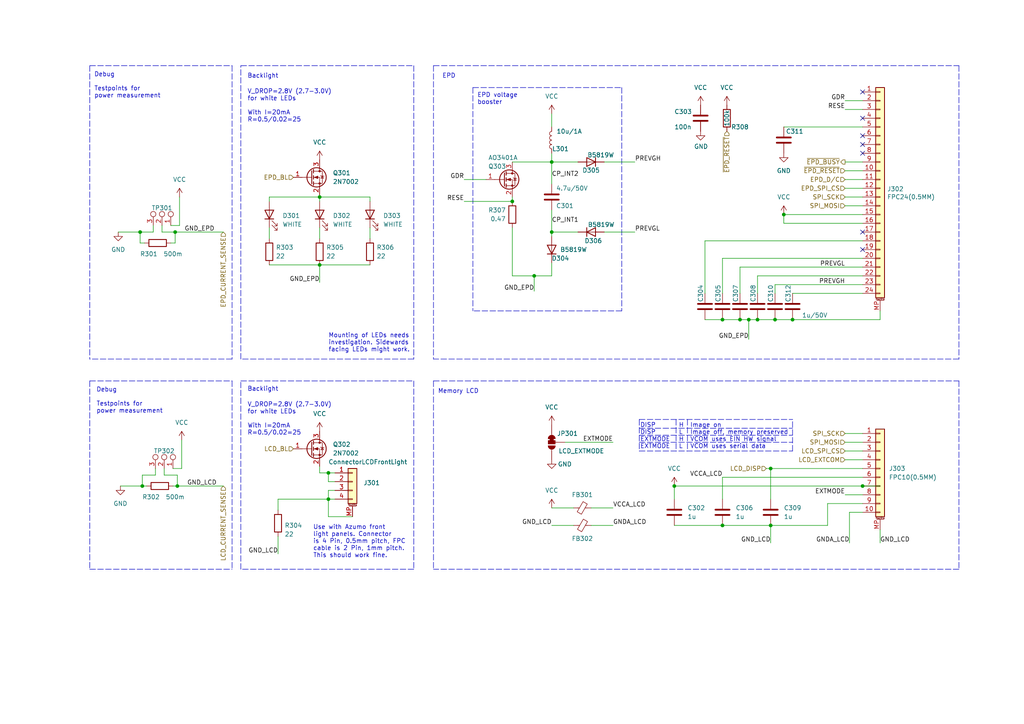
<source format=kicad_sch>
(kicad_sch (version 20211123) (generator eeschema)
  (paper "A4")
  (title_block (title "22 μFahrrad Tandem Devkit - Display") (date "2022-06-10") (rev "0.1") (comment 1 "Daniel Wagenknecht") (comment 2 "CERN Open Hardware Licence Version 2 - Strongly Reciprocal") (comment 3 "CERN-OHL-S-2.0 https://spdx.org/licenses/CERN-OHL-S-2.0.html"))
  (lib_symbols
    (symbol "Connector_Generic_MountingPin:Conn_01x04_MountingPin" (pin_names (offset 1.016) hide)
      (property "Reference" "J" (at 0 5.08 0))
      (property "Value" "Conn_01x04_MountingPin" (at 1.27 -7.62 0))
      (symbol "Conn_01x04_MountingPin_1_1"
        (rectangle (start -1.27 -4.953) (end 0 -5.207) (stroke (width 0.1524)))
        (rectangle (start -1.27 -2.413) (end 0 -2.667) (stroke (width 0.1524)))
        (rectangle (start -1.27 0.127) (end 0 -0.127) (stroke (width 0.1524)))
        (rectangle (start -1.27 2.667) (end 0 2.413) (stroke (width 0.1524)))
        (rectangle (start -1.27 3.81) (end 1.27 -6.35) (stroke (width 0.254)) (fill (type background)))
        (polyline (pts (xy -1.016 -7.112) (xy 1.016 -7.112)) (stroke (width 0.1524)))
        (text "Mounting" (at 0 -6.731 0) (effects (font (size 0.381 0.381))))
        (pin passive line (at -5.08 2.54 0) (length 3.81) (name "Pin_1") (number "1"))
        (pin passive line (at -5.08 0 0) (length 3.81) (name "Pin_2") (number "2"))
        (pin passive line (at -5.08 -2.54 0) (length 3.81) (name "Pin_3") (number "3"))
        (pin passive line (at -5.08 -5.08 0) (length 3.81) (name "Pin_4") (number "4"))
        (pin passive line (at 0 -10.16 90) (length 3.048) (name "MountPin") (number "MP"))
      )
    )
    (symbol "Connector_Generic_MountingPin:Conn_01x10_MountingPin" (pin_names (offset 1.016) hide)
      (property "Reference" "J" (at 0 12.7 0))
      (property "Value" "Conn_01x10_MountingPin" (at 1.27 -15.24 0))
      (symbol "Conn_01x10_MountingPin_1_1"
        (rectangle (start -1.27 -12.573) (end 0 -12.827) (stroke (width 0.1524)))
        (rectangle (start -1.27 -10.033) (end 0 -10.287) (stroke (width 0.1524)))
        (rectangle (start -1.27 -7.493) (end 0 -7.747) (stroke (width 0.1524)))
        (rectangle (start -1.27 -4.953) (end 0 -5.207) (stroke (width 0.1524)))
        (rectangle (start -1.27 -2.413) (end 0 -2.667) (stroke (width 0.1524)))
        (rectangle (start -1.27 0.127) (end 0 -0.127) (stroke (width 0.1524)))
        (rectangle (start -1.27 2.667) (end 0 2.413) (stroke (width 0.1524)))
        (rectangle (start -1.27 5.207) (end 0 4.953) (stroke (width 0.1524)))
        (rectangle (start -1.27 7.747) (end 0 7.493) (stroke (width 0.1524)))
        (rectangle (start -1.27 10.287) (end 0 10.033) (stroke (width 0.1524)))
        (rectangle (start -1.27 11.43) (end 1.27 -13.97) (stroke (width 0.254)) (fill (type background)))
        (polyline (pts (xy -1.016 -14.732) (xy 1.016 -14.732)) (stroke (width 0.1524)))
        (text "Mounting" (at 0 -14.351 0) (effects (font (size 0.381 0.381))))
        (pin passive line (at -5.08 10.16 0) (length 3.81) (name "Pin_1") (number "1"))
        (pin passive line (at -5.08 -12.7 0) (length 3.81) (name "Pin_10") (number "10"))
        (pin passive line (at -5.08 7.62 0) (length 3.81) (name "Pin_2") (number "2"))
        (pin passive line (at -5.08 5.08 0) (length 3.81) (name "Pin_3") (number "3"))
        (pin passive line (at -5.08 2.54 0) (length 3.81) (name "Pin_4") (number "4"))
        (pin passive line (at -5.08 0 0) (length 3.81) (name "Pin_5") (number "5"))
        (pin passive line (at -5.08 -2.54 0) (length 3.81) (name "Pin_6") (number "6"))
        (pin passive line (at -5.08 -5.08 0) (length 3.81) (name "Pin_7") (number "7"))
        (pin passive line (at -5.08 -7.62 0) (length 3.81) (name "Pin_8") (number "8"))
        (pin passive line (at -5.08 -10.16 0) (length 3.81) (name "Pin_9") (number "9"))
        (pin passive line (at 0 -17.78 90) (length 3.048) (name "MountPin") (number "MP"))
      )
    )
    (symbol "Connector_Generic_MountingPin:Conn_01x24_MountingPin" (pin_names (offset 1.016) hide)
      (property "Reference" "J" (at 0 30.48 0))
      (property "Value" "Conn_01x24_MountingPin" (at 1.27 -33.02 0))
      (symbol "Conn_01x24_MountingPin_1_1"
        (rectangle (start -1.27 -30.353) (end 0 -30.607) (stroke (width 0.1524)))
        (rectangle (start -1.27 -27.813) (end 0 -28.067) (stroke (width 0.1524)))
        (rectangle (start -1.27 -25.273) (end 0 -25.527) (stroke (width 0.1524)))
        (rectangle (start -1.27 -22.733) (end 0 -22.987) (stroke (width 0.1524)))
        (rectangle (start -1.27 -20.193) (end 0 -20.447) (stroke (width 0.1524)))
        (rectangle (start -1.27 -17.653) (end 0 -17.907) (stroke (width 0.1524)))
        (rectangle (start -1.27 -15.113) (end 0 -15.367) (stroke (width 0.1524)))
        (rectangle (start -1.27 -12.573) (end 0 -12.827) (stroke (width 0.1524)))
        (rectangle (start -1.27 -10.033) (end 0 -10.287) (stroke (width 0.1524)))
        (rectangle (start -1.27 -7.493) (end 0 -7.747) (stroke (width 0.1524)))
        (rectangle (start -1.27 -4.953) (end 0 -5.207) (stroke (width 0.1524)))
        (rectangle (start -1.27 -2.413) (end 0 -2.667) (stroke (width 0.1524)))
        (rectangle (start -1.27 0.127) (end 0 -0.127) (stroke (width 0.1524)))
        (rectangle (start -1.27 2.667) (end 0 2.413) (stroke (width 0.1524)))
        (rectangle (start -1.27 5.207) (end 0 4.953) (stroke (width 0.1524)))
        (rectangle (start -1.27 7.747) (end 0 7.493) (stroke (width 0.1524)))
        (rectangle (start -1.27 10.287) (end 0 10.033) (stroke (width 0.1524)))
        (rectangle (start -1.27 12.827) (end 0 12.573) (stroke (width 0.1524)))
        (rectangle (start -1.27 15.367) (end 0 15.113) (stroke (width 0.1524)))
        (rectangle (start -1.27 17.907) (end 0 17.653) (stroke (width 0.1524)))
        (rectangle (start -1.27 20.447) (end 0 20.193) (stroke (width 0.1524)))
        (rectangle (start -1.27 22.987) (end 0 22.733) (stroke (width 0.1524)))
        (rectangle (start -1.27 25.527) (end 0 25.273) (stroke (width 0.1524)))
        (rectangle (start -1.27 28.067) (end 0 27.813) (stroke (width 0.1524)))
        (rectangle (start -1.27 29.21) (end 1.27 -31.75) (stroke (width 0.254)) (fill (type background)))
        (polyline (pts (xy -1.016 -32.512) (xy 1.016 -32.512)) (stroke (width 0.1524)))
        (text "Mounting" (at 0 -32.131 0) (effects (font (size 0.381 0.381))))
        (pin passive line (at -5.08 27.94 0) (length 3.81) (name "Pin_1") (number "1"))
        (pin passive line (at -5.08 5.08 0) (length 3.81) (name "Pin_10") (number "10"))
        (pin passive line (at -5.08 2.54 0) (length 3.81) (name "Pin_11") (number "11"))
        (pin passive line (at -5.08 0 0) (length 3.81) (name "Pin_12") (number "12"))
        (pin passive line (at -5.08 -2.54 0) (length 3.81) (name "Pin_13") (number "13"))
        (pin passive line (at -5.08 -5.08 0) (length 3.81) (name "Pin_14") (number "14"))
        (pin passive line (at -5.08 -7.62 0) (length 3.81) (name "Pin_15") (number "15"))
        (pin passive line (at -5.08 -10.16 0) (length 3.81) (name "Pin_16") (number "16"))
        (pin passive line (at -5.08 -12.7 0) (length 3.81) (name "Pin_17") (number "17"))
        (pin passive line (at -5.08 -15.24 0) (length 3.81) (name "Pin_18") (number "18"))
        (pin passive line (at -5.08 -17.78 0) (length 3.81) (name "Pin_19") (number "19"))
        (pin passive line (at -5.08 25.4 0) (length 3.81) (name "Pin_2") (number "2"))
        (pin passive line (at -5.08 -20.32 0) (length 3.81) (name "Pin_20") (number "20"))
        (pin passive line (at -5.08 -22.86 0) (length 3.81) (name "Pin_21") (number "21"))
        (pin passive line (at -5.08 -25.4 0) (length 3.81) (name "Pin_22") (number "22"))
        (pin passive line (at -5.08 -27.94 0) (length 3.81) (name "Pin_23") (number "23"))
        (pin passive line (at -5.08 -30.48 0) (length 3.81) (name "Pin_24") (number "24"))
        (pin passive line (at -5.08 22.86 0) (length 3.81) (name "Pin_3") (number "3"))
        (pin passive line (at -5.08 20.32 0) (length 3.81) (name "Pin_4") (number "4"))
        (pin passive line (at -5.08 17.78 0) (length 3.81) (name "Pin_5") (number "5"))
        (pin passive line (at -5.08 15.24 0) (length 3.81) (name "Pin_6") (number "6"))
        (pin passive line (at -5.08 12.7 0) (length 3.81) (name "Pin_7") (number "7"))
        (pin passive line (at -5.08 10.16 0) (length 3.81) (name "Pin_8") (number "8"))
        (pin passive line (at -5.08 7.62 0) (length 3.81) (name "Pin_9") (number "9"))
        (pin passive line (at 0 -35.56 90) (length 3.048) (name "MountPin") (number "MP"))
      )
    )
    (symbol "Device:C" (pin_numbers hide) (pin_names (offset 0.254))
      (property "Reference" "C" (at 0.635 2.54 0))
      (property "Value" "C" (at 0.635 -2.54 0))
      (symbol "C_0_1"
        (polyline (pts (xy -2.032 -0.762) (xy 2.032 -0.762)) (stroke (width 0.508)))
        (polyline (pts (xy -2.032 0.762) (xy 2.032 0.762)) (stroke (width 0.508)))
      )
      (symbol "C_1_1"
        (pin passive line (at 0 3.81 270) (length 2.794) (name "~") (number "1"))
        (pin passive line (at 0 -3.81 90) (length 2.794) (name "~") (number "2"))
      )
    )
    (symbol "Device:D" (pin_numbers hide) (pin_names (offset 1.016) hide)
      (property "Reference" "D" (at 0 2.54 0))
      (property "Value" "D" (at 0 -2.54 0))
      (symbol "D_0_1"
        (polyline (pts (xy -1.27 1.27) (xy -1.27 -1.27)) (stroke (width 0.254)))
        (polyline (pts (xy 1.27 0) (xy -1.27 0)))
        (polyline (pts (xy 1.27 1.27) (xy 1.27 -1.27) (xy -1.27 0) (xy 1.27 1.27)) (stroke (width 0.254)))
      )
      (symbol "D_1_1"
        (pin passive line (at -3.81 0 0) (length 2.54) (name "K") (number "1"))
        (pin passive line (at 3.81 0 180) (length 2.54) (name "A") (number "2"))
      )
    )
    (symbol "Device:FerriteBead_Small" (pin_numbers hide) (pin_names (offset 0))
      (property "Reference" "FB" (at 1.905 1.27 0))
      (property "Value" "FerriteBead_Small" (at 1.905 -1.27 0))
      (symbol "FerriteBead_Small_0_1"
        (polyline (pts (xy 0 -1.27) (xy 0 -0.7874)))
        (polyline (pts (xy 0 0.889) (xy 0 1.2954)))
        (polyline (pts (xy -1.8288 0.2794) (xy -1.1176 1.4986) (xy 1.8288 -0.2032) (xy 1.1176 -1.4224) (xy -1.8288 0.2794)))
      )
      (symbol "FerriteBead_Small_1_1"
        (pin passive line (at 0 2.54 270) (length 1.27) (name "~") (number "1"))
        (pin passive line (at 0 -2.54 90) (length 1.27) (name "~") (number "2"))
      )
    )
    (symbol "Device:L" (pin_numbers hide) (pin_names (offset 1.016) hide)
      (property "Reference" "L" (at -1.27 0 90))
      (property "Value" "L" (at 1.905 0 90))
      (symbol "L_0_1"
        (arc (start 0 -2.54) (mid 0.635 -1.905) (end 0 -1.27))
        (arc (start 0 -1.27) (mid 0.635 -0.635) (end 0 0))
        (arc (start 0 0) (mid 0.635 0.635) (end 0 1.27))
        (arc (start 0 1.27) (mid 0.635 1.905) (end 0 2.54))
      )
      (symbol "L_1_1"
        (pin passive line (at 0 3.81 270) (length 1.27) (name "1") (number "1"))
        (pin passive line (at 0 -3.81 90) (length 1.27) (name "2") (number "2"))
      )
    )
    (symbol "Device:LED" (pin_numbers hide) (pin_names (offset 1.016) hide)
      (property "Reference" "D" (at 0 2.54 0))
      (property "Value" "LED" (at 0 -2.54 0))
      (symbol "LED_0_1"
        (polyline (pts (xy -1.27 -1.27) (xy -1.27 1.27)) (stroke (width 0.254)))
        (polyline (pts (xy -1.27 0) (xy 1.27 0)))
        (polyline (pts (xy 1.27 -1.27) (xy 1.27 1.27) (xy -1.27 0) (xy 1.27 -1.27)) (stroke (width 0.254)))
        (polyline (pts (xy -3.048 -0.762) (xy -4.572 -2.286) (xy -3.81 -2.286) (xy -4.572 -2.286) (xy -4.572 -1.524)))
        (polyline (pts (xy -1.778 -0.762) (xy -3.302 -2.286) (xy -2.54 -2.286) (xy -3.302 -2.286) (xy -3.302 -1.524)))
      )
      (symbol "LED_1_1"
        (pin passive line (at -3.81 0 0) (length 2.54) (name "K") (number "1"))
        (pin passive line (at 3.81 0 180) (length 2.54) (name "A") (number "2"))
      )
    )
    (symbol "Device:R" (pin_numbers hide) (pin_names (offset 0))
      (property "Reference" "R" (at 2.032 0 90))
      (property "Value" "R" (at 0 0 90))
      (symbol "R_0_1"
        (rectangle (start -1.016 -2.54) (end 1.016 2.54) (stroke (width 0.254)))
      )
      (symbol "R_1_1"
        (pin passive line (at 0 3.81 270) (length 1.27) (name "~") (number "1"))
        (pin passive line (at 0 -3.81 90) (length 1.27) (name "~") (number "2"))
      )
    )
    (symbol "Jumper:SolderJumper_3_Bridged12" (pin_numbers hide) (pin_names (offset 0) hide)
      (property "Reference" "JP" (at -2.54 -2.54 0))
      (property "Value" "SolderJumper_3_Bridged12" (at 0 2.794 0))
      (symbol "SolderJumper_3_Bridged12_0_1"
        (rectangle (start -1.016 0.508) (end -0.508 -0.508) (fill (type outline)))
        (arc (start -1.016 1.016) (mid -2.032 0) (end -1.016 -1.016))
        (arc (start -1.016 1.016) (mid -2.032 0) (end -1.016 -1.016) (fill (type outline)))
        (rectangle (start -0.508 1.016) (end 0.508 -1.016) (fill (type outline)))
        (polyline (pts (xy -2.54 0) (xy -2.032 0)))
        (polyline (pts (xy -1.016 1.016) (xy -1.016 -1.016)))
        (polyline (pts (xy 0 -1.27) (xy 0 -1.016)))
        (polyline (pts (xy 1.016 1.016) (xy 1.016 -1.016)))
        (polyline (pts (xy 2.54 0) (xy 2.032 0)))
        (arc (start 1.016 -1.016) (mid 2.032 0) (end 1.016 1.016))
        (arc (start 1.016 -1.016) (mid 2.032 0) (end 1.016 1.016) (fill (type outline)))
      )
      (symbol "SolderJumper_3_Bridged12_1_1"
        (pin passive line (at -5.08 0 0) (length 2.54) (name "A") (number "1"))
        (pin passive line (at 0 -3.81 90) (length 2.54) (name "C") (number "2"))
        (pin passive line (at 5.08 0 180) (length 2.54) (name "B") (number "3"))
      )
    )
    (symbol "Transistor_FET:2N7002" (pin_names hide)
      (property "Reference" "Q" (at 5.08 1.905 0))
      (property "Value" "2N7002" (at 5.08 0 0))
      (symbol "2N7002_0_1"
        (polyline (pts (xy 0.254 0) (xy -2.54 0)))
        (polyline (pts (xy 0.254 1.905) (xy 0.254 -1.905)) (stroke (width 0.254)))
        (polyline (pts (xy 0.762 -1.27) (xy 0.762 -2.286)) (stroke (width 0.254)))
        (polyline (pts (xy 0.762 0.508) (xy 0.762 -0.508)) (stroke (width 0.254)))
        (polyline (pts (xy 0.762 2.286) (xy 0.762 1.27)) (stroke (width 0.254)))
        (polyline (pts (xy 2.54 2.54) (xy 2.54 1.778)))
        (polyline (pts (xy 2.54 -2.54) (xy 2.54 0) (xy 0.762 0)))
        (polyline (pts (xy 0.762 -1.778) (xy 3.302 -1.778) (xy 3.302 1.778) (xy 0.762 1.778)))
        (polyline (pts (xy 1.016 0) (xy 2.032 0.381) (xy 2.032 -0.381) (xy 1.016 0)) (fill (type outline)))
        (polyline (pts (xy 2.794 0.508) (xy 2.921 0.381) (xy 3.683 0.381) (xy 3.81 0.254)))
        (polyline (pts (xy 3.302 0.381) (xy 2.921 -0.254) (xy 3.683 -0.254) (xy 3.302 0.381)))
        (circle (center 1.651 0) (radius 2.794) (stroke (width 0.254)))
        (circle (center 2.54 -1.778) (radius 0.254) (fill (type outline)))
        (circle (center 2.54 1.778) (radius 0.254) (fill (type outline)))
      )
      (symbol "2N7002_1_1"
        (pin input line (at -5.08 0 0) (length 2.54) (name "G") (number "1"))
        (pin passive line (at 2.54 -5.08 90) (length 2.54) (name "S") (number "2"))
        (pin passive line (at 2.54 5.08 270) (length 2.54) (name "D") (number "3"))
      )
    )
    (symbol "Transistor_FET:DMN3042L" (pin_names hide)
      (property "Reference" "Q" (at 5.08 1.905 0))
      (property "Value" "DMN3042L" (at 5.08 0 0))
      (symbol "DMN3042L_0_1"
        (polyline (pts (xy 0.254 0) (xy -2.54 0)))
        (polyline (pts (xy 0.254 1.905) (xy 0.254 -1.905)) (stroke (width 0.254)))
        (polyline (pts (xy 0.762 -1.27) (xy 0.762 -2.286)) (stroke (width 0.254)))
        (polyline (pts (xy 0.762 0.508) (xy 0.762 -0.508)) (stroke (width 0.254)))
        (polyline (pts (xy 0.762 2.286) (xy 0.762 1.27)) (stroke (width 0.254)))
        (polyline (pts (xy 2.54 2.54) (xy 2.54 1.778)))
        (polyline (pts (xy 2.54 -2.54) (xy 2.54 0) (xy 0.762 0)))
        (polyline (pts (xy 0.762 -1.778) (xy 3.302 -1.778) (xy 3.302 1.778) (xy 0.762 1.778)))
        (polyline (pts (xy 1.016 0) (xy 2.032 0.381) (xy 2.032 -0.381) (xy 1.016 0)) (fill (type outline)))
        (polyline (pts (xy 2.794 0.508) (xy 2.921 0.381) (xy 3.683 0.381) (xy 3.81 0.254)))
        (polyline (pts (xy 3.302 0.381) (xy 2.921 -0.254) (xy 3.683 -0.254) (xy 3.302 0.381)))
        (circle (center 1.651 0) (radius 2.794) (stroke (width 0.254)))
        (circle (center 2.54 -1.778) (radius 0.254) (fill (type outline)))
        (circle (center 2.54 1.778) (radius 0.254) (fill (type outline)))
      )
      (symbol "DMN3042L_1_1"
        (pin input line (at -5.08 0 0) (length 2.54) (name "G") (number "1"))
        (pin passive line (at 2.54 -5.08 90) (length 2.54) (name "S") (number "2"))
        (pin passive line (at 2.54 5.08 270) (length 2.54) (name "D") (number "3"))
      )
    )
    (symbol "power:GND" (power) (pin_names (offset 0))
      (property "Value" "GND" (at 0 -3.81 0))
      (symbol "GND_0_1"
        (polyline (pts (xy 0 0) (xy 0 -1.27) (xy 1.27 -1.27) (xy 0 -2.54) (xy -1.27 -1.27) (xy 0 -1.27)))
      )
      (symbol "GND_1_1"
        (pin power_in line (at 0 0 270) (length 0) hide (name "GND") (number "1"))
      )
    )
    (symbol "power:VCC" (power) (pin_names (offset 0))
      (property "Value" "VCC" (at 0 3.81 0))
      (symbol "VCC_0_1"
        (polyline (pts (xy -0.762 1.27) (xy 0 2.54)))
        (polyline (pts (xy 0 0) (xy 0 2.54)))
        (polyline (pts (xy 0 2.54) (xy 0.762 1.27)))
      )
      (symbol "VCC_1_1"
        (pin power_in line (at 0 0 90) (length 0) hide (name "VCC") (number "1"))
      )
    )
    (symbol "project-lib:TestPoint_3Pole" (pin_names (offset 0.762) hide)
      (property "Reference" "TP" (at 0 -5.334 0))
      (property "Value" "TestPoint_3Pole" (at -1.778 -7.747 0))
      (symbol "TestPoint_3Pole_0_1"
        (circle (center -2.54 -3.302) (radius 0.762))
        (circle (center 0 -3.302) (radius 0.762))
        (circle (center 2.54 -3.302) (radius 0.762))
        (pin passive line (at -2.54 0 270) (length 2.54) (name "1") (number "1"))
        (pin passive line (at 0 0 270) (length 2.54) (name "2") (number "2"))
        (pin passive line (at 2.54 0 270) (length 2.54) (name "3") (number "3"))
      )
    )
  )
  (junction (at 95.25 137.16))
  (junction (at 148.59 58.42))
  (junction (at 195.58 140.97))
  (junction (at 95.25 144.78))
  (junction (at 250.19 140.97))
  (junction (at 40.64 67.31))
  (junction (at 214.63 92.71))
  (junction (at 154.94 80.01))
  (junction (at 92.71 57.15))
  (junction (at 223.52 152.4))
  (junction (at 41.275 140.97))
  (junction (at 227.33 62.23))
  (junction (at 160.02 46.99))
  (junction (at 160.02 67.31))
  (junction (at 209.55 152.4))
  (junction (at 51.435 140.97))
  (junction (at 223.52 135.89))
  (junction (at 92.71 76.835))
  (junction (at 50.8 67.31))
  (junction (at 224.79 92.71))
  (junction (at 217.17 92.71))
  (junction (at 229.87 92.71))
  (junction (at 219.71 92.71))
  (junction (at 209.55 92.71))
  (no_connect (at 250.19 67.31))
  (no_connect (at 250.19 44.45))
  (no_connect (at 250.19 41.91))
  (no_connect (at 250.19 34.29))
  (no_connect (at 250.19 72.39))
  (no_connect (at 250.19 39.37))
  (no_connect (at 250.19 26.67))
  (wire (pts (xy 34.29 67.31) (xy 40.64 67.31)))
  (polyline (pts (xy 67.31 19.05) (xy 67.31 104.14)))
  (wire (pts (xy 160.02 80.01) (xy 160.02 76.2)))
  (wire (pts (xy 245.11 133.35) (xy 250.19 133.35)))
  (wire (pts (xy 245.11 29.21) (xy 250.19 29.21)))
  (wire (pts (xy 95.25 137.16) (xy 97.155 137.16)))
  (wire (pts (xy 92.71 137.16) (xy 95.25 137.16)))
  (wire (pts (xy 50.165 135.89) (xy 52.705 135.89)))
  (wire (pts (xy 240.03 146.05) (xy 250.19 146.05)))
  (wire (pts (xy 80.645 155.575) (xy 80.645 160.655)))
  (wire (pts (xy 245.11 143.51) (xy 250.19 143.51)))
  (wire (pts (xy 78.105 58.42) (xy 78.105 57.15)))
  (polyline (pts (xy 180.34 25.4) (xy 180.34 90.17)))
  (wire (pts (xy 224.79 82.55) (xy 224.79 85.09)))
  (wire (pts (xy 78.105 66.04) (xy 78.105 69.215)))
  (wire (pts (xy 160.02 44.45) (xy 160.02 46.99)))
  (wire (pts (xy 224.79 92.71) (xy 229.87 92.71)))
  (wire (pts (xy 40.64 70.485) (xy 40.64 67.31)))
  (wire (pts (xy 52.07 57.15) (xy 52.07 65.405)))
  (wire (pts (xy 255.27 90.17) (xy 255.27 92.71)))
  (polyline (pts (xy 125.73 19.05) (xy 125.73 104.14)))
  (wire (pts (xy 50.8 67.31) (xy 64.77 67.31)))
  (polyline (pts (xy 185.42 121.666) (xy 229.87 121.666)) (stroke (width 0) (type dash)))
  (wire (pts (xy 245.11 130.81) (xy 250.19 130.81)))
  (polyline (pts (xy 26.035 110.49) (xy 67.31 110.49)))
  (polyline (pts (xy 26.035 110.49) (xy 26.035 165.1)))
  (wire (pts (xy 41.275 140.97) (xy 42.545 140.97)))
  (wire (pts (xy 92.71 76.835) (xy 107.315 76.835)))
  (wire (pts (xy 171.45 152.4) (xy 177.8 152.4)))
  (polyline (pts (xy 69.85 104.14) (xy 69.85 19.05)))
  (wire (pts (xy 245.11 125.73) (xy 250.19 125.73)))
  (wire (pts (xy 92.71 135.255) (xy 92.71 137.16)))
  (wire (pts (xy 195.58 152.4) (xy 209.55 152.4)))
  (wire (pts (xy 148.59 66.04) (xy 148.59 80.01)))
  (wire (pts (xy 222.25 135.89) (xy 223.52 135.89)))
  (polyline (pts (xy 120.015 110.49) (xy 120.015 165.1)))
  (polyline (pts (xy 120.015 19.05) (xy 120.015 104.14)))
  (wire (pts (xy 51.435 140.97) (xy 51.435 137.795)))
  (wire (pts (xy 45.085 137.795) (xy 41.275 137.795)))
  (wire (pts (xy 223.52 135.89) (xy 250.19 135.89)))
  (polyline (pts (xy 26.035 19.05) (xy 26.035 104.14)))
  (wire (pts (xy 255.27 153.67) (xy 255.27 157.48)))
  (wire (pts (xy 92.71 58.42) (xy 92.71 57.15)))
  (wire (pts (xy 167.64 46.99) (xy 160.02 46.99)))
  (wire (pts (xy 160.02 67.31) (xy 167.64 67.31)))
  (polyline (pts (xy 278.13 165.1) (xy 125.73 165.1)))
  (wire (pts (xy 154.94 80.01) (xy 154.94 84.455)))
  (wire (pts (xy 163.83 128.27) (xy 177.8 128.27)))
  (wire (pts (xy 34.925 140.97) (xy 41.275 140.97)))
  (wire (pts (xy 95.25 149.86) (xy 95.25 144.78)))
  (wire (pts (xy 250.19 148.59) (xy 246.38 148.59)))
  (wire (pts (xy 255.27 140.97) (xy 250.19 140.97)))
  (wire (pts (xy 148.59 57.15) (xy 148.59 58.42)))
  (wire (pts (xy 92.71 56.515) (xy 92.71 57.15)))
  (wire (pts (xy 209.55 92.71) (xy 214.63 92.71)))
  (wire (pts (xy 217.17 92.71) (xy 217.17 98.425)))
  (wire (pts (xy 219.71 80.01) (xy 219.71 85.09)))
  (wire (pts (xy 92.71 66.04) (xy 92.71 69.215)))
  (polyline (pts (xy 69.85 19.05) (xy 120.015 19.05)))
  (wire (pts (xy 245.11 52.07) (xy 250.19 52.07)))
  (wire (pts (xy 102.235 149.86) (xy 95.25 149.86)))
  (wire (pts (xy 134.62 52.07) (xy 140.97 52.07)))
  (polyline (pts (xy 199.39 121.666) (xy 199.39 130.81)) (stroke (width 0) (type dash)))
  (wire (pts (xy 95.25 139.7) (xy 97.155 139.7)))
  (wire (pts (xy 245.11 31.75) (xy 250.19 31.75)))
  (wire (pts (xy 224.79 82.55) (xy 250.19 82.55)))
  (wire (pts (xy 107.315 69.215) (xy 107.315 66.04)))
  (wire (pts (xy 45.085 137.795) (xy 45.085 135.89)))
  (wire (pts (xy 154.94 80.01) (xy 160.02 80.01)))
  (polyline (pts (xy 278.13 110.49) (xy 278.13 165.1)))
  (wire (pts (xy 51.435 140.97) (xy 64.77 140.97)))
  (wire (pts (xy 204.47 92.71) (xy 209.55 92.71)))
  (polyline (pts (xy 185.42 128.27) (xy 229.87 128.27)) (stroke (width 0) (type dash)))
  (polyline (pts (xy 67.31 104.14) (xy 26.035 104.14)))
  (wire (pts (xy 214.63 77.47) (xy 214.63 85.09)))
  (polyline (pts (xy 125.73 110.49) (xy 125.73 165.1)))
  (wire (pts (xy 209.55 138.43) (xy 209.55 144.78)))
  (polyline (pts (xy 196.088 121.666) (xy 196.088 130.81)) (stroke (width 0) (type dash)))
  (polyline (pts (xy 125.73 110.49) (xy 278.13 110.49)))
  (wire (pts (xy 107.315 57.15) (xy 107.315 58.42)))
  (wire (pts (xy 160.02 147.32) (xy 166.37 147.32)))
  (wire (pts (xy 95.25 142.24) (xy 97.155 142.24)))
  (wire (pts (xy 78.105 57.15) (xy 92.71 57.15)))
  (wire (pts (xy 219.71 80.01) (xy 250.19 80.01)))
  (wire (pts (xy 49.53 65.405) (xy 52.07 65.405)))
  (wire (pts (xy 229.87 85.09) (xy 250.19 85.09)))
  (polyline (pts (xy 69.85 165.1) (xy 69.85 110.49)))
  (wire (pts (xy 246.38 148.59) (xy 246.38 157.48)))
  (wire (pts (xy 217.17 92.71) (xy 219.71 92.71)))
  (wire (pts (xy 209.55 74.93) (xy 250.19 74.93)))
  (wire (pts (xy 50.8 70.485) (xy 49.53 70.485)))
  (wire (pts (xy 195.58 140.97) (xy 195.58 144.78)))
  (wire (pts (xy 195.58 140.97) (xy 250.19 140.97)))
  (wire (pts (xy 175.26 46.99) (xy 184.15 46.99)))
  (wire (pts (xy 175.26 67.31) (xy 184.15 67.31)))
  (wire (pts (xy 245.11 46.99) (xy 250.19 46.99)))
  (wire (pts (xy 209.55 74.93) (xy 209.55 85.09)))
  (wire (pts (xy 223.52 152.4) (xy 240.03 152.4)))
  (wire (pts (xy 245.11 57.15) (xy 250.19 57.15)))
  (polyline (pts (xy 67.31 110.49) (xy 67.31 165.1)))
  (wire (pts (xy 51.435 140.97) (xy 50.165 140.97)))
  (wire (pts (xy 95.25 144.78) (xy 95.25 142.24)))
  (wire (pts (xy 227.33 62.23) (xy 250.19 62.23)))
  (wire (pts (xy 227.33 36.83) (xy 250.19 36.83)))
  (wire (pts (xy 223.52 152.4) (xy 223.52 157.48)))
  (wire (pts (xy 219.71 92.71) (xy 224.79 92.71)))
  (polyline (pts (xy 185.42 121.666) (xy 185.42 130.81)) (stroke (width 0) (type dash)))
  (wire (pts (xy 227.33 64.77) (xy 250.19 64.77)))
  (polyline (pts (xy 125.73 19.05) (xy 278.13 19.05)))
  (polyline (pts (xy 26.035 165.1) (xy 67.31 165.1)))
  (wire (pts (xy 148.59 80.01) (xy 154.94 80.01)))
  (polyline (pts (xy 185.42 124.206) (xy 229.87 124.206)) (stroke (width 0) (type dash)))
  (wire (pts (xy 209.55 152.4) (xy 223.52 152.4)))
  (wire (pts (xy 134.62 58.42) (xy 148.59 58.42)))
  (wire (pts (xy 44.45 67.31) (xy 40.64 67.31)))
  (wire (pts (xy 92.71 76.835) (xy 92.71 81.915)))
  (wire (pts (xy 223.52 135.89) (xy 223.52 144.78)))
  (wire (pts (xy 46.99 67.31) (xy 46.99 65.405)))
  (wire (pts (xy 40.64 70.485) (xy 41.91 70.485)))
  (wire (pts (xy 240.03 146.05) (xy 240.03 152.4)))
  (wire (pts (xy 160.02 60.96) (xy 160.02 67.31)))
  (polyline (pts (xy 137.16 25.4) (xy 137.16 90.17)))
  (wire (pts (xy 78.105 76.835) (xy 92.71 76.835)))
  (polyline (pts (xy 185.42 126.238) (xy 229.87 126.238)) (stroke (width 0) (type dash)))
  (wire (pts (xy 95.25 144.78) (xy 97.155 144.78)))
  (polyline (pts (xy 120.015 104.14) (xy 69.85 104.14)))
  (wire (pts (xy 80.645 144.78) (xy 95.25 144.78)))
  (wire (pts (xy 204.47 69.85) (xy 204.47 85.09)))
  (wire (pts (xy 47.625 137.795) (xy 47.625 135.89)))
  (polyline (pts (xy 26.035 19.05) (xy 67.31 19.05)))
  (wire (pts (xy 41.275 140.97) (xy 41.275 137.795)))
  (wire (pts (xy 160.02 67.31) (xy 160.02 68.58)))
  (wire (pts (xy 214.63 77.47) (xy 250.19 77.47)))
  (polyline (pts (xy 180.34 90.17) (xy 137.16 90.17)))
  (wire (pts (xy 209.55 138.43) (xy 250.19 138.43)))
  (polyline (pts (xy 229.87 130.81) (xy 229.87 121.666)) (stroke (width 0) (type dash)))
  (polyline (pts (xy 278.13 19.05) (xy 278.13 104.14)))
  (wire (pts (xy 160.02 33.02) (xy 160.02 36.83)))
  (wire (pts (xy 204.47 69.85) (xy 250.19 69.85)))
  (wire (pts (xy 44.45 67.31) (xy 44.45 65.405)))
  (wire (pts (xy 50.8 67.31) (xy 46.99 67.31)))
  (wire (pts (xy 160.02 152.4) (xy 166.37 152.4)))
  (wire (pts (xy 171.45 147.32) (xy 177.8 147.32)))
  (wire (pts (xy 160.02 46.99) (xy 160.02 53.34)))
  (wire (pts (xy 51.435 137.795) (xy 47.625 137.795)))
  (wire (pts (xy 245.11 54.61) (xy 250.19 54.61)))
  (wire (pts (xy 52.705 127.635) (xy 52.705 135.89)))
  (wire (pts (xy 255.27 92.71) (xy 229.87 92.71)))
  (polyline (pts (xy 137.16 25.4) (xy 180.34 25.4)))
  (wire (pts (xy 50.8 70.485) (xy 50.8 67.31)))
  (wire (pts (xy 245.11 59.69) (xy 250.19 59.69)))
  (polyline (pts (xy 185.42 130.81) (xy 229.87 130.81)) (stroke (width 0) (type dash)))
  (wire (pts (xy 214.63 92.71) (xy 217.17 92.71)))
  (wire (pts (xy 92.71 57.15) (xy 107.315 57.15)))
  (wire (pts (xy 227.33 64.77) (xy 227.33 62.23)))
  (polyline (pts (xy 120.015 165.1) (xy 69.85 165.1)))
  (polyline (pts (xy 69.85 110.49) (xy 120.015 110.49)))
  (wire (pts (xy 80.645 144.78) (xy 80.645 147.955)))
  (wire (pts (xy 245.11 128.27) (xy 250.19 128.27)))
  (polyline (pts (xy 278.13 104.14) (xy 125.73 104.14)))
  (wire (pts (xy 245.11 49.53) (xy 250.19 49.53)))
  (wire (pts (xy 95.25 137.16) (xy 95.25 139.7)))
  (wire (pts (xy 148.59 46.99) (xy 160.02 46.99)))
  (text "Image on\nImage off, memory preserved\nVCOM uses EIN HW signal\nVCOM uses serial data" (at 200.152 130.302 0) (effects (font (size 1.27 1.27)) (justify left bottom)))
  (text "H\nL\nH\nL" (at 196.85 130.302 0) (effects (font (size 1.27 1.27)) (justify left bottom)))
  (text "V_DROP=2.8V (2.7-3.0V)\nfor white LEDs\n\nWith I=20mA\nR=0.5/0.02=25" (at 71.755 35.56 0) (effects (font (size 1.27 1.27)) (justify left bottom)))
  (text "Use with Azumo front\nlight panels. Connector\nis 4 Pin, 0.5mm pitch, FPC\ncable is 2 Pin, 1mm pitch.\nThis should work fine." (at 90.805 161.925 0) (effects (font (size 1.27 1.27)) (justify left bottom)))
  (text "V_DROP=2.8V (2.7-3.0V)\nfor white LEDs\n\nWith I=20mA\nR=0.5/0.02=25" (at 71.755 126.365 0) (effects (font (size 1.27 1.27)) (justify left bottom)))
  (text "Debug\n\nTestpoints for\npower measurement" (at 27.94 120.015 0) (effects (font (size 1.27 1.27)) (justify left bottom)))
  (text "Mounting of LEDs needs\ninvestigation. Sidewards\nfacing LEDs might work." (at 95.25 102.235 0) (effects (font (size 1.27 1.27)) (justify left bottom)))
  (text "Backlight\n" (at 71.755 113.665 0) (effects (font (size 1.27 1.27)) (justify left bottom)))
  (text "EPD" (at 128.27 22.86 0) (effects (font (size 1.27 1.27)) (justify left bottom)))
  (text "Backlight\n" (at 71.755 22.86 0) (effects (font (size 1.27 1.27)) (justify left bottom)))
  (text "DISP\nDISP\nEXTMODE\nEXTMODE" (at 185.674 130.302 0) (effects (font (size 1.27 1.27)) (justify left bottom)))
  (text "Memory LCD" (at 127 114.3 0) (effects (font (size 1.27 1.27)) (justify left bottom)))
  (text "EPD voltage\nbooster" (at 138.43 30.48 0) (effects (font (size 1.27 1.27)) (justify left bottom)))
  (text "Debug\n\nTestpoints for\npower measurement" (at 27.305 28.575 0) (effects (font (size 1.27 1.27)) (justify left bottom)))
  (label "CP_INT2" (at 160.02 51.435 0))
  (label "EXTMODE" (at 177.8 128.27 180))
  (label "GND_LCD" (at 80.645 160.655 180))
  (label "GNDA_LCD" (at 177.8 152.4 0))
  (label "PREVGH" (at 184.15 46.99 0))
  (label "GNDA_LCD" (at 246.38 157.48 180))
  (label "VCCA_LCD" (at 209.55 138.43 180))
  (label "RESE" (at 245.11 31.75 180))
  (label "GDR" (at 245.11 29.21 180))
  (label "PREVGL" (at 245.11 77.47 180))
  (label "GND_LCD" (at 223.52 157.48 180))
  (label "RESE" (at 134.62 58.42 180))
  (label "GND_EPD" (at 62.23 67.31 180))
  (label "GND_LCD" (at 62.865 140.97 180))
  (label "GND_LCD" (at 160.02 152.4 180))
  (label "EXTMODE" (at 245.11 143.51 180))
  (label "GND_LCD" (at 255.27 157.48 0))
  (label "PREVGH" (at 245.11 82.55 180))
  (label "CP_INT1" (at 160.02 64.77 0))
  (label "GND_EPD" (at 217.17 98.425 180))
  (label "GND_EPD" (at 154.94 84.455 180))
  (label "VCCA_LCD" (at 177.8 147.32 0))
  (label "GND_EPD" (at 92.71 81.915 180))
  (label "GDR" (at 134.62 52.07 180))
  (label "PREVGL" (at 184.15 67.31 0))
  (hierarchical_label "LCD_BL" (shape input) (at 85.09 130.175 180))
  (hierarchical_label "EPD_D{slash}C" (shape input) (at 245.11 52.07 180))
  (hierarchical_label "LCD_SPI_CS" (shape input) (at 245.11 130.81 180))
  (hierarchical_label "LCD_EXTCOM" (shape input) (at 245.11 133.35 180))
  (hierarchical_label "SPI_SCK" (shape input) (at 245.11 125.73 180))
  (hierarchical_label "SPI_MOSI" (shape input) (at 245.11 59.69 180))
  (hierarchical_label "EPD_BL" (shape input) (at 85.09 51.435 180))
  (hierarchical_label "SPI_SCK" (shape input) (at 245.11 57.15 180))
  (hierarchical_label "LCD_CURRENT_SENSE" (shape input) (at 64.77 140.97 270))
  (hierarchical_label "LCD_DISP" (shape input) (at 222.25 135.89 180))
  (hierarchical_label "~{EPD_RESET}" (shape input) (at 245.11 49.53 180))
  (hierarchical_label "~{EPD_RESET}" (shape input) (at 210.82 38.1 270))
  (hierarchical_label "SPI_MOSI" (shape input) (at 245.11 128.27 180))
  (hierarchical_label "EPD_SPI_CS" (shape input) (at 245.11 54.61 180))
  (hierarchical_label "~{EPD_BUSY}" (shape output) (at 245.11 46.99 180))
  (hierarchical_label "EPD_CURRENT_SENSE" (shape input) (at 64.77 67.31 270))
  (symbol (lib_id "Device:C") (at 160.02 57.15 0) (unit 1)
    (property "Reference" "C301" (at 161.29 59.69 0) (effects (justify left)))
    (property "Value" "4.7u/50V" (at 161.29 54.61 0) (effects (justify left)))
    (property "Footprint" "Capacitor_SMD:C_0805_2012Metric" (effects hide))
  )
  (symbol (lib_id "Jumper:SolderJumper_3_Bridged12") (at 160.02 128.27 90) (mirror x) (unit 1) (in_bom no)
    (property "Reference" "JP301" (at 167.64 125.73 90) (effects (justify left)))
    (property "Value" "LCD_EXTMODE" (at 175.26 130.81 90) (effects (justify left)))
    (property "Footprint" "Jumper:SolderJumper-3_P1.3mm_Bridged12_RoundedPad1.0x1.5mm" (effects hide))
  )
  (symbol (lib_id "power:VCC") (at 160.02 33.02 0) (unit 1)
    (property "Reference" "#PWR0307" (effects hide))
    (property "Value" "VCC" (at 160.02 27.94 0))
  )
  (symbol (lib_id "Device:FerriteBead_Small") (at 168.91 152.4 270) (unit 1)
    (property "Reference" "FB302" (at 168.91 156.21 90))
    (property "Value" "FerriteBead_Small" (effects hide))
    (property "Footprint" "Resistor_SMD:R_0805_2012Metric" (effects hide))
    (property "JLCPCB" "C1017" (effects hide))
  )
  (symbol (lib_id "project-lib:TestPoint_3Pole") (at 46.99 65.405 180) (unit 1)
    (property "Reference" "TP301" (at 46.99 60.325 0))
    (property "Value" "TestPoint_2Pole" (effects hide))
    (property "Footprint" "Connector_PinHeader_1.27mm:PinHeader_1x03_P1.27mm_Vertical" (effects hide))
  )
  (symbol (lib_id "Device:C") (at 204.47 88.9 180) (unit 1)
    (property "Reference" "C304" (at 203.2 85.09 90))
    (property "Value" "1u/50V" (effects hide))
    (property "Footprint" "Capacitor_SMD:C_0603_1608Metric" (effects hide))
  )
  (symbol (lib_id "Device:C") (at 203.2 34.29 0) (unit 1)
    (property "Reference" "C303" (at 195.58 32.385 0) (effects (justify left)))
    (property "Value" "100n" (at 195.58 36.83 0) (effects (justify left)))
    (property "Footprint" "Capacitor_SMD:C_0603_1608Metric" (effects hide))
  )
  (symbol (lib_id "Device:C") (at 209.55 148.59 0) (unit 1)
    (property "Reference" "C306" (at 213.36 147.3199 0) (effects (justify left)))
    (property "Value" "1u" (at 213.36 149.8599 0) (effects (justify left)))
    (property "Footprint" "Capacitor_SMD:C_0603_1608Metric" (effects hide))
  )
  (symbol (lib_id "Device:C") (at 227.33 40.64 0) (unit 1)
    (property "Reference" "C311" (at 230.505 38.1 0))
    (property "Value" "1u/50V" (effects hide))
    (property "Footprint" "Capacitor_SMD:C_0603_1608Metric" (effects hide))
  )
  (symbol (lib_id "Device:C") (at 224.79 88.9 180) (unit 1)
    (property "Reference" "C310" (at 223.52 82.55 90) (effects (justify left)))
    (property "Value" "1u/50V" (effects hide))
    (property "Footprint" "Capacitor_SMD:C_0603_1608Metric" (effects hide))
  )
  (symbol (lib_id "power:VCC") (at 160.02 123.19 0) (unit 1)
    (property "Reference" "#PWR0308" (effects hide))
    (property "Value" "VCC" (at 160.02 118.11 0))
  )
  (symbol (lib_id "power:GND") (at 160.02 133.35 0) (unit 1)
    (property "Reference" "#PWR0309" (effects hide))
    (property "Value" "GND" (at 163.83 134.62 0))
  )
  (symbol (lib_id "power:GND") (at 34.925 140.97 0) (unit 1)
    (property "Reference" "#PWR0302" (effects hide))
    (property "Value" "GND" (at 34.925 146.05 0))
  )
  (symbol (lib_id "Device:LED") (at 78.105 62.23 90) (unit 1)
    (property "Reference" "D301" (at 81.915 62.5474 90) (effects (justify right)))
    (property "Value" "WHITE" (at 81.915 65.0874 90) (effects (justify right)))
    (property "Footprint" "project-lib:LED_sidemount" (effects hide))
    (property "JLCPCB" "C965863" (effects hide))
  )
  (symbol (lib_id "Device:C") (at 209.55 88.9 180) (unit 1)
    (property "Reference" "C305" (at 208.28 85.09 90))
    (property "Value" "1u/50V" (effects hide))
    (property "Footprint" "Capacitor_SMD:C_0603_1608Metric" (effects hide))
  )
  (symbol (lib_id "power:VCC") (at 92.71 46.355 0) (unit 1)
    (property "Reference" "#PWR0305" (effects hide))
    (property "Value" "VCC" (at 92.71 41.275 0))
  )
  (symbol (lib_id "power:VCC") (at 195.58 140.97 0) (unit 1)
    (property "Reference" "#PWR0311" (effects hide))
    (property "Value" "VCC" (at 195.58 135.89 0))
  )
  (symbol (lib_id "Device:D") (at 171.45 46.99 180) (unit 1)
    (property "Reference" "D305" (at 171.45 49.403 0))
    (property "Value" "B5819W" (at 174.244 44.958 0))
    (property "Footprint" "Diode_SMD:D_SOD-123" (effects hide))
    (property "JLCPCB" "C8598 " (effects hide))
  )
  (symbol (lib_id "Device:R") (at 92.71 73.025 0) (unit 1)
    (property "Reference" "R305" (at 94.615 71.7549 0) (effects (justify left)))
    (property "Value" "22" (at 94.615 74.2949 0) (effects (justify left)))
    (property "Footprint" "Resistor_SMD:R_0603_1608Metric" (effects hide))
  )
  (symbol (lib_id "power:GND") (at 34.29 67.31 0) (unit 1)
    (property "Reference" "#PWR0301" (effects hide))
    (property "Value" "GND" (at 34.29 72.39 0))
  )
  (symbol (lib_id "Device:R") (at 80.645 151.765 0) (unit 1)
    (property "Reference" "R304" (at 82.55 152.4 0) (effects (justify left)))
    (property "Value" "22" (at 82.55 154.94 0) (effects (justify left)))
    (property "Footprint" "Resistor_SMD:R_0603_1608Metric" (effects hide))
  )
  (symbol (lib_id "Connector_Generic_MountingPin:Conn_01x24_MountingPin") (at 255.27 54.61 0) (unit 1)
    (property "Reference" "J302" (at 257.302 54.8132 0) (effects (justify left)))
    (property "Value" "FPC24(0.5MM)" (at 257.302 57.1246 0) (effects (justify left)))
    (property "Footprint" "project-lib:jlcpcb-C11057_FFC_1x24-1MP_P0.50mm_Horizontal" (effects hide))
    (property "JLCPCB" "C11057" (effects hide))
  )
  (symbol (lib_id "Transistor_FET:2N7002") (at 90.17 130.175 0) (unit 1)
    (property "Reference" "Q302" (at 96.52 128.9049 0) (effects (justify left)))
    (property "Value" "2N7002" (at 96.52 131.4449 0) (effects (justify left)))
    (property "Footprint" "Package_TO_SOT_SMD:SOT-23" (effects hide))
    (property "Datasheet" "https://www.onsemi.com/pub/Collateral/NDS7002A-D.PDF" (effects hide))
    (property "JLCPCB" " C8545 " (effects hide))
  )
  (symbol (lib_id "Device:D") (at 160.02 72.39 90) (unit 1)
    (property "Reference" "D304" (at 162.56 74.93 90))
    (property "Value" "B5819W" (at 166.37 72.39 90))
    (property "Footprint" "Diode_SMD:D_SOD-123" (effects hide))
    (property "JLCPCB" "C8598 " (effects hide))
  )
  (symbol (lib_id "power:VCC") (at 92.71 125.095 0) (unit 1)
    (property "Reference" "#PWR0306" (effects hide))
    (property "Value" "VCC" (at 92.71 120.015 0))
  )
  (symbol (lib_id "power:VCC") (at 52.705 127.635 0) (unit 1)
    (property "Reference" "#PWR0304" (effects hide))
    (property "Value" "VCC" (at 52.705 122.555 0))
  )
  (symbol (lib_id "Device:R") (at 78.105 73.025 0) (unit 1)
    (property "Reference" "R303" (at 80.01 71.7549 0) (effects (justify left)))
    (property "Value" "22" (at 80.01 74.2949 0) (effects (justify left)))
    (property "Footprint" "Resistor_SMD:R_0603_1608Metric" (effects hide))
  )
  (symbol (lib_id "Device:C") (at 229.87 88.9 180) (unit 1)
    (property "Reference" "C312" (at 228.6 82.55 90) (effects (justify left)))
    (property "Value" "1u/50V" (at 240.03 91.44 0) (effects (justify left)))
    (property "Footprint" "Capacitor_SMD:C_0603_1608Metric" (effects hide))
  )
  (symbol (lib_id "Connector_Generic_MountingPin:Conn_01x04_MountingPin") (at 102.235 139.7 0) (unit 1)
    (property "Reference" "J301" (at 105.41 140.0555 0) (effects (justify left)))
    (property "Value" "ConnectorLCDFrontLight" (at 95.25 133.985 0) (effects (justify left)))
    (property "Footprint" "project-lib:jlcpcb-C11047_FFC_1x04-1MP_P0.50mm_Horizontal" (effects hide))
  )
  (symbol (lib_id "Transistor_FET:DMN3042L") (at 146.05 52.07 0) (unit 1)
    (property "Reference" "Q303" (at 141.605 48.26 0) (effects (justify left)))
    (property "Value" "AO3401A" (at 141.605 45.72 0) (effects (justify left)))
    (property "Footprint" "Package_TO_SOT_SMD:SOT-23" (effects hide))
    (property "Datasheet" "http://www.diodes.com/assets/Datasheets/DMN3042L.pdf" (effects hide))
    (property "JLCPCB" "C15127" (effects hide))
  )
  (symbol (lib_id "power:VCC") (at 227.33 62.23 0) (unit 1)
    (property "Reference" "#PWR0316" (effects hide))
    (property "Value" "VCC" (at 227.33 57.15 0))
  )
  (symbol (lib_id "Device:LED") (at 107.315 62.23 90) (unit 1)
    (property "Reference" "D303" (at 111.125 62.5474 90) (effects (justify right)))
    (property "Value" "WHITE" (at 111.125 65.0874 90) (effects (justify right)))
    (property "Footprint" "project-lib:LED_sidemount" (effects hide))
    (property "JLCPCB" "C965863" (effects hide))
  )
  (symbol (lib_id "project-lib:TestPoint_3Pole") (at 47.625 135.89 180) (unit 1)
    (property "Reference" "TP302" (at 47.625 130.81 0))
    (property "Value" "TestPoint_2Pole" (effects hide))
    (property "Footprint" "Connector_PinHeader_1.27mm:PinHeader_1x03_P1.27mm_Vertical" (effects hide))
  )
  (symbol (lib_id "Device:C") (at 223.52 148.59 0) (unit 1)
    (property "Reference" "C309" (at 227.33 147.3199 0) (effects (justify left)))
    (property "Value" "1u" (at 227.33 149.8599 0) (effects (justify left)))
    (property "Footprint" "Capacitor_SMD:C_0603_1608Metric" (effects hide))
  )
  (symbol (lib_id "Device:C") (at 214.63 88.9 180) (unit 1)
    (property "Reference" "C307" (at 213.36 85.09 90))
    (property "Value" "1u/50V" (effects hide))
    (property "Footprint" "Capacitor_SMD:C_0603_1608Metric" (effects hide))
  )
  (symbol (lib_id "Device:R") (at 148.59 62.23 0) (unit 1)
    (property "Reference" "R307" (at 141.605 60.96 0) (effects (justify left)))
    (property "Value" "0.47" (at 142.24 63.5 0) (effects (justify left)))
    (property "Footprint" "Resistor_SMD:R_0603_1608Metric" (effects hide))
  )
  (symbol (lib_id "power:VCC") (at 160.02 147.32 0) (unit 1)
    (property "Reference" "#PWR0310" (effects hide))
    (property "Value" "VCC" (at 160.02 142.24 0))
  )
  (symbol (lib_id "Device:R") (at 210.82 34.29 0) (unit 1)
    (property "Reference" "R308" (at 214.63 36.83 0))
    (property "Value" "100k" (at 210.82 34.29 90))
    (property "Footprint" "Resistor_SMD:R_0603_1608Metric" (effects hide))
  )
  (symbol (lib_id "power:GND") (at 227.33 44.45 0) (unit 1)
    (property "Reference" "#PWR0315" (effects hide))
    (property "Value" "GND" (at 227.33 49.53 0))
  )
  (symbol (lib_id "Device:R") (at 107.315 73.025 0) (unit 1)
    (property "Reference" "R306" (at 109.22 71.7549 0) (effects (justify left)))
    (property "Value" "22" (at 109.22 74.2949 0) (effects (justify left)))
    (property "Footprint" "Resistor_SMD:R_0603_1608Metric" (effects hide))
  )
  (symbol (lib_id "Device:R") (at 46.355 140.97 90) (unit 1)
    (property "Reference" "R302" (at 43.815 144.145 90))
    (property "Value" "500m" (at 50.8 144.145 90))
    (property "Footprint" "Resistor_SMD:R_0805_2012Metric" (effects hide))
    (property "JLCPCB" "C25271" (effects hide))
  )
  (symbol (lib_id "Device:C") (at 195.58 148.59 0) (unit 1)
    (property "Reference" "C302" (at 199.39 147.3199 0) (effects (justify left)))
    (property "Value" "1u" (at 199.39 149.8599 0) (effects (justify left)))
    (property "Footprint" "Capacitor_SMD:C_0603_1608Metric" (effects hide))
  )
  (symbol (lib_id "Device:LED") (at 92.71 62.23 90) (unit 1)
    (property "Reference" "D302" (at 96.52 62.5474 90) (effects (justify right)))
    (property "Value" "WHITE" (at 96.52 65.0874 90) (effects (justify right)))
    (property "Footprint" "project-lib:LED_sidemount" (effects hide))
    (property "JLCPCB" "C965863" (effects hide))
  )
  (symbol (lib_id "Device:R") (at 45.72 70.485 90) (unit 1)
    (property "Reference" "R301" (at 43.18 73.66 90))
    (property "Value" "500m" (at 50.165 73.66 90))
    (property "Footprint" "Resistor_SMD:R_0805_2012Metric" (effects hide))
    (property "JLCPCB" "C25271" (effects hide))
  )
  (symbol (lib_id "Connector_Generic_MountingPin:Conn_01x10_MountingPin") (at 255.27 135.89 0) (unit 1)
    (property "Reference" "J303" (at 257.81 135.8899 0) (effects (justify left)))
    (property "Value" "FPC10(0.5MM)" (at 257.81 138.4299 0) (effects (justify left)))
    (property "Footprint" "project-lib:jlcpcb-C11050_FFC_1x10-1MP_P0.50mm_Horizontal" (effects hide))
    (property "JLCPCB" "C11050" (effects hide))
  )
  (symbol (lib_id "power:VCC") (at 52.07 57.15 0) (unit 1)
    (property "Reference" "#PWR0303" (effects hide))
    (property "Value" "VCC" (at 52.07 52.07 0))
  )
  (symbol (lib_id "Device:C") (at 219.71 88.9 180) (unit 1)
    (property "Reference" "C308" (at 218.44 85.09 90))
    (property "Value" "1u/50V" (effects hide))
    (property "Footprint" "Capacitor_SMD:C_0603_1608Metric" (effects hide))
  )
  (symbol (lib_id "power:VCC") (at 203.2 30.48 0) (unit 1)
    (property "Reference" "#PWR0312" (effects hide))
    (property "Value" "VCC" (at 203.2 25.4 0))
  )
  (symbol (lib_id "Device:D") (at 171.45 67.31 0) (unit 1)
    (property "Reference" "D306" (at 172.085 69.85 0))
    (property "Value" "B5819W" (at 174.371 65.151 0))
    (property "Footprint" "Diode_SMD:D_SOD-123" (effects hide))
    (property "JLCPCB" "C8598 " (effects hide))
  )
  (symbol (lib_id "power:GND") (at 203.2 38.1 0) (unit 1)
    (property "Reference" "#PWR0313" (effects hide))
    (property "Value" "GND" (at 203.327 42.4942 0))
  )
  (symbol (lib_id "power:VCC") (at 210.82 30.48 0) (unit 1)
    (property "Reference" "#PWR0314" (effects hide))
    (property "Value" "VCC" (at 210.82 25.4 0))
  )
  (symbol (lib_id "Transistor_FET:2N7002") (at 90.17 51.435 0) (unit 1)
    (property "Reference" "Q301" (at 96.52 50.1649 0) (effects (justify left)))
    (property "Value" "2N7002" (at 96.52 52.7049 0) (effects (justify left)))
    (property "Footprint" "Package_TO_SOT_SMD:SOT-23" (effects hide))
    (property "Datasheet" "https://www.onsemi.com/pub/Collateral/NDS7002A-D.PDF" (effects hide))
    (property "JLCPCB" " C8545 " (effects hide))
  )
  (symbol (lib_id "Device:FerriteBead_Small") (at 168.91 147.32 90) (unit 1)
    (property "Reference" "FB301" (at 168.91 143.51 90))
    (property "Value" "FerriteBead_Small" (effects hide))
    (property "Footprint" "Resistor_SMD:R_0805_2012Metric" (effects hide))
    (property "JLCPCB" "C1017" (effects hide))
  )
  (symbol (lib_id "Device:L") (at 160.02 40.64 180) (unit 1)
    (property "Reference" "L301" (at 162.56 43.18 0))
    (property "Value" "10u/1A" (at 165.1 38.1 0))
    (property "Footprint" "project-lib:L_4.0x4.0_H3" (effects hide))
    (property "Datasheet" "https://datasheet.lcsc.com/lcsc/2110091630_Sunlord-SWPA8040S221MT_C38117.pdf" (effects hide))
    (property "JLCPCB" "C38117" (effects hide))
  )
)
</source>
